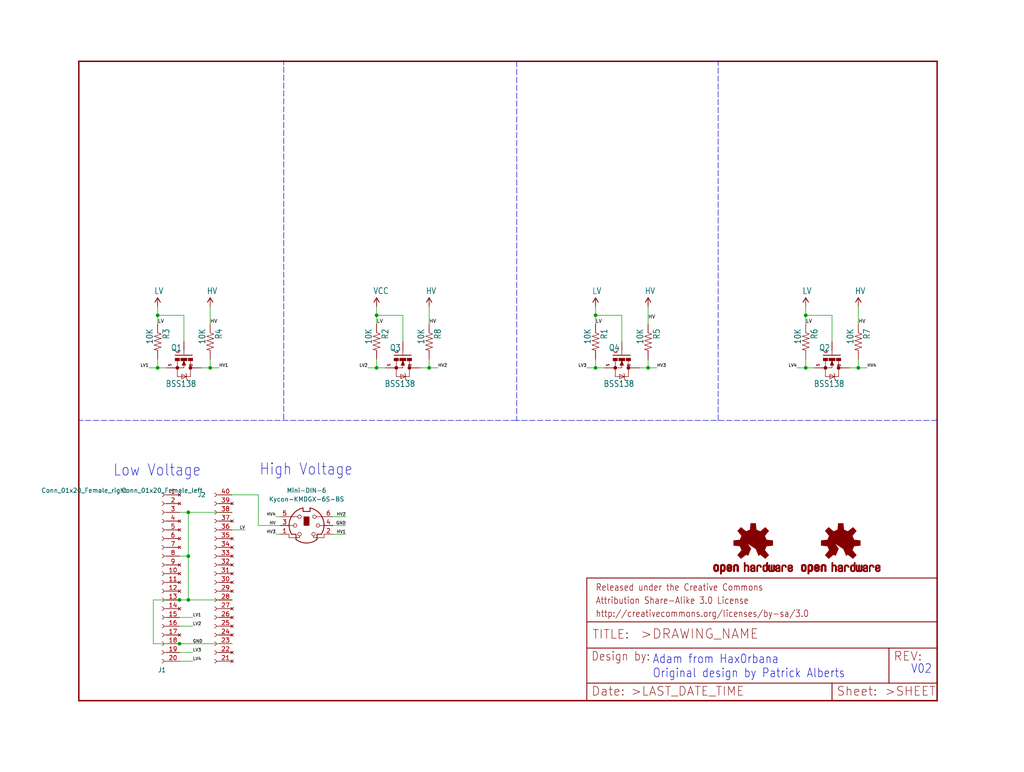
<source format=kicad_sch>
(kicad_sch (version 20211123) (generator eeschema)
  (paper "User" 297.002 223.977)
  (lib_symbols
    (symbol "Conn_01x20_Female_1" (pin_names (offset 1.016) hide)
      (property "Reference" "J3" (at 2.54 -25.4 0))
      (property "Value" "Conn_01x20_Female_right" (at 25.4 -26.67 0))
      (symbol "Conn_01x20_Female_1_1_1"
        (pin no_connect line (at -5.08 22.86 0) (length 3.81) (name "Pin_21") (number "21"))
        (pin no_connect line (at -5.08 20.32 0) (length 3.81) (name "Pin_22") (number "22"))
        (pin passive line (at -5.08 17.78 0) (length 3.81) (name "GND") (number "23"))
        (pin no_connect line (at -5.08 15.24 0) (length 3.81) (name "Pin_24") (number "24"))
        (pin no_connect line (at -5.08 12.7 0) (length 3.81) (name "Pin_25") (number "25"))
        (pin no_connect line (at -5.08 10.16 0) (length 3.81) (name "Pin_26") (number "26"))
        (pin no_connect line (at -5.08 7.62 0) (length 3.81) (name "Pin_27") (number "27"))
        (pin passive line (at -5.08 5.08 0) (length 3.81) (name "GND") (number "28"))
        (pin no_connect line (at -5.08 2.54 0) (length 3.81) (name "Pin_29") (number "29"))
        (pin no_connect line (at -5.08 0 0) (length 3.81) (name "Pin_30") (number "30"))
        (pin no_connect line (at -5.08 -2.54 0) (length 3.81) (name "Pin_31") (number "31"))
        (pin no_connect line (at -5.08 -5.08 0) (length 3.81) (name "Pin_32") (number "32"))
        (pin no_connect line (at -5.08 -7.62 0) (length 3.81) (name "Pin_33") (number "33"))
        (pin no_connect line (at -5.08 -10.16 0) (length 3.81) (name "Pin_34") (number "34"))
        (pin no_connect line (at -5.08 -12.7 0) (length 3.81) (name "Pin_35") (number "35"))
        (pin power_out line (at -5.08 -15.24 0) (length 3.81) (name "LV") (number "36"))
        (pin no_connect line (at -5.08 -17.78 0) (length 3.81) (name "Pin_37") (number "37"))
        (pin passive line (at -5.08 -20.32 0) (length 3.81) (name "GND") (number "38"))
        (pin no_connect line (at -5.08 -22.86 0) (length 3.81) (name "Pin_39") (number "39"))
        (pin power_in line (at -5.08 -25.4 0) (length 3.81) (name "Pin_40") (number "40"))
      )
    )
    (symbol "Connector:Conn_01x20_Female" (pin_names (offset 1.016) hide)
      (property "Reference" "J1" (at 0 25.4 0))
      (property "Value" "Conn_01x20_Female_left" (at 0 -26.67 0))
      (symbol "Conn_01x20_Female_1_1"
        (pin no_connect line (at -5.08 -25.4 0) (length 3.81) (name "Pin_1") (number "1"))
        (pin no_connect line (at -5.08 -2.54 0) (length 3.81) (name "Pin_10") (number "10"))
        (pin no_connect line (at -5.08 0 0) (length 3.81) (name "Pin_11") (number "11"))
        (pin no_connect line (at -5.08 2.54 0) (length 3.81) (name "Pin_12") (number "12"))
        (pin passive line (at -5.08 5.08 0) (length 3.81) (name "GND") (number "13"))
        (pin no_connect line (at -5.08 7.62 0) (length 3.81) (name "Pin_14") (number "14"))
        (pin passive line (at -5.08 10.16 0) (length 3.81) (name "Pin_15") (number "15"))
        (pin passive line (at -5.08 12.7 0) (length 3.81) (name "Pin_16") (number "16"))
        (pin no_connect line (at -5.08 15.24 0) (length 3.81) (name "LV") (number "17"))
        (pin passive line (at -5.08 17.78 0) (length 3.81) (name "GND") (number "18"))
        (pin passive line (at -5.08 20.32 0) (length 3.81) (name "Pin_19") (number "19"))
        (pin no_connect line (at -5.08 -22.86 0) (length 3.81) (name "Pin_2") (number "2"))
        (pin passive line (at -5.08 22.86 0) (length 3.81) (name "Pin_20") (number "20"))
        (pin passive line (at -5.08 -20.32 0) (length 3.81) (name "GND") (number "3"))
        (pin no_connect line (at -5.08 -17.78 0) (length 3.81) (name "Pin_4") (number "4"))
        (pin no_connect line (at -5.08 -15.24 0) (length 3.81) (name "Pin_5") (number "5"))
        (pin no_connect line (at -5.08 -12.7 0) (length 3.81) (name "Pin_6") (number "6"))
        (pin no_connect line (at -5.08 -10.16 0) (length 3.81) (name "Pin_7") (number "7"))
        (pin passive line (at -5.08 -7.62 0) (length 3.81) (name "GND") (number "8"))
        (pin no_connect line (at -5.08 -5.08 0) (length 3.81) (name "Pin_9") (number "9"))
      )
    )
    (symbol "Connector:Mini-DIN-6" (pin_names (offset 1.016))
      (property "Reference" "Mini-DIN-6" (at 0.0177 10.16 0))
      (property "Value" "Kycon-KMDGX-6S-BS" (at 0.0177 7.62 0))
      (symbol "Mini-DIN-6_1_1"
        (pin passive line (at -7.62 -2.54 0) (length 2.54) (name "~") (number "1"))
        (pin passive line (at 7.62 -2.54 180) (length 2.54) (name "~") (number "2"))
        (pin power_out line (at -7.62 0 0) (length 2.54) (name "~") (number "3"))
        (pin passive line (at 7.62 0 180) (length 2.54) (name "~") (number "4"))
        (pin passive line (at -7.62 2.54 0) (length 2.54) (name "~") (number "5"))
        (pin passive line (at 7.62 2.54 180) (length 2.54) (name "~") (number "6"))
      )
    )
    (symbol "Logic_Level_Bidirectional-eagle-import:FRAME-LETTER"
      (symbol "FRAME-LETTER_2_0"
        (text ">DRAWING_NAME" (at 15.494 17.78 0) (effects (font (size 2.7432 2.7432)) (justify left bottom)))
        (text ">LAST_DATE_TIME" (at 12.7 1.27 0) (effects (font (size 2.54 2.54)) (justify left bottom)))
        (text ">SHEET" (at 86.36 1.27 0) (effects (font (size 2.54 2.54)) (justify left bottom)))
        (text "Attribution Share-Alike 3.0 License" (at 2.54 27.94 0) (effects (font (size 1.9304 1.6408)) (justify left bottom)))
        (text "Date:" (at 1.27 1.27 0) (effects (font (size 2.54 2.54)) (justify left bottom)))
        (text "Design by:" (at 1.27 11.43 0) (effects (font (size 2.54 2.159)) (justify left bottom)))
        (text "http://creativecommons.org/licenses/by-sa/3.0" (at 2.54 24.13 0) (effects (font (size 1.9304 1.6408)) (justify left bottom)))
        (text "Released under the Creative Commons" (at 2.54 31.75 0) (effects (font (size 1.9304 1.6408)) (justify left bottom)))
        (text "REV:" (at 88.9 11.43 0) (effects (font (size 2.54 2.54)) (justify left bottom)))
        (text "Sheet:" (at 72.39 1.27 0) (effects (font (size 2.54 2.54)) (justify left bottom)))
        (text "TITLE:" (at 1.524 17.78 0) (effects (font (size 2.54 2.54)) (justify left bottom)))
      )
    )
    (symbol "Logic_Level_Bidirectional-eagle-import:MOSFET-NCHANNELSMD"
      (property "Reference" "Q" (at 5.08 2.54 0))
      (property "Value" "MOSFET-NCHANNELSMD" (at 5.08 0 0))
      (symbol "MOSFET-NCHANNELSMD_1_0"
        (text "D" (at -1.27 2.54 0) (effects (font (size 0.8128 0.6908)) (justify left bottom)))
        (text "G" (at -5.08 -1.27 0) (effects (font (size 0.8128 0.6908)) (justify left bottom)))
        (text "S" (at -1.27 -3.556 0) (effects (font (size 0.8128 0.6908)) (justify left bottom)))
        (pin passive line (at -7.62 0 0) (length 2.54) (name "G") (number "1"))
        (pin passive line (at 0 -5.08 90) (length 2.54) (name "S") (number "2"))
        (pin passive line (at 0 5.08 270) (length 2.54) (name "D") (number "3"))
      )
    )
    (symbol "Logic_Level_Bidirectional-eagle-import:OSHW-LOGOS")
    (symbol "Logic_Level_Bidirectional-eagle-import:RESISTOR0603-RES"
      (property "Reference" "R" (at -3.81 1.4986 0))
      (property "Value" "RESISTOR0603-RES" (at -3.81 -3.302 0))
      (symbol "RESISTOR0603-RES_1_0"
        (pin passive line (at -5.08 0 0) (length 2.54) (name "1") (number "1"))
        (pin passive line (at 5.08 0 180) (length 2.54) (name "2") (number "2"))
      )
    )
    (symbol "Logic_Level_Bidirectional-eagle-import:VCC" (power)
      (property "Value" "LV" (at -1.016 3.556 0))
      (symbol "VCC_1_0"
        (pin power_in line (at 0 0 90) (length 2.54) (name "LV") (number "1"))
      )
    )
    (symbol "VCC_1" (power)
      (property "Value" "LV" (at -1.016 3.556 0))
      (symbol "VCC_1_1_0"
        (pin power_in line (at 0 0 90) (length 2.54) (name "LV") (number "1"))
      )
    )
    (symbol "VCC_2" (power)
      (property "Value" "HV" (at -1.016 3.556 0))
      (symbol "VCC_2_1_0"
        (pin power_in line (at 0 0 90) (length 2.54) (name "HV") (number "1"))
      )
    )
    (symbol "VCC_3" (power)
      (property "Value" "LV" (at -1.016 3.556 0))
      (symbol "VCC_3_1_0"
        (pin power_in line (at 0 0 90) (length 2.54) (name "LV") (number "1"))
      )
    )
    (symbol "VCC_4" (power)
      (property "Value" "HV" (at -1.016 3.556 0))
      (symbol "VCC_4_1_0"
        (pin power_in line (at 0 0 90) (length 2.54) (name "HV") (number "1"))
      )
    )
    (symbol "VCC_5" (power)
      (property "Value" "HV" (at -1.016 3.556 0))
      (symbol "VCC_5_1_0"
        (pin power_in line (at 0 0 90) (length 2.54) (name "HV") (number "1"))
      )
    )
    (symbol "VCC_6" (power)
      (property "Value" "VCC_6" (at -1.016 3.556 0))
      (symbol "VCC_6_1_0"
        (pin power_in line (at 0 0 90) (length 2.54) (name "HV") (number "1"))
      )
    )
    (symbol "VCC_7" (power)
      (property "Value" "VCC_7" (at -1.016 3.556 0))
      (symbol "VCC_7_1_0"
        (pin power_in line (at 0 0 90) (length 2.54) (name "LV") (number "1"))
      )
    )
  )
  (junction (at 109.22 106.68))
  (junction (at 60.96 106.68))
  (junction (at 54.61 173.99))
  (junction (at 54.61 161.29))
  (junction (at 52.07 173.99))
  (junction (at 54.61 148.59))
  (junction (at 233.68 106.68))
  (junction (at 233.68 91.44))
  (junction (at 124.46 106.68))
  (junction (at 187.96 106.68))
  (junction (at 172.72 91.44))
  (junction (at 45.72 106.68))
  (junction (at 52.07 186.69))
  (junction (at 45.72 91.44))
  (junction (at 172.72 106.68))
  (junction (at 248.92 106.68))
  (junction (at 109.22 91.44))
  (wire (pts (xy 109.22 91.44) (xy 109.22 88.9)))
  (wire (pts (xy 74.93 143.51) (xy 67.31 143.51)))
  (wire (pts (xy 172.72 91.44) (xy 172.72 88.9)))
  (wire (pts (xy 172.72 93.98) (xy 172.72 91.44)))
  (wire (pts (xy 96.52 152.4) (xy 100.33 152.4)))
  (wire (pts (xy 55.88 181.61) (xy 52.07 181.61)))
  (wire (pts (xy 233.68 104.14) (xy 233.68 106.68)))
  (wire (pts (xy 109.22 106.68) (xy 106.68 106.68)))
  (wire (pts (xy 248.92 93.98) (xy 248.92 88.9)))
  (wire (pts (xy 246.38 106.68) (xy 248.92 106.68)))
  (wire (pts (xy 44.45 173.99) (xy 52.07 173.99)))
  (wire (pts (xy 55.88 191.77) (xy 52.07 191.77)))
  (wire (pts (xy 233.68 91.44) (xy 233.68 88.9)))
  (wire (pts (xy 175.26 106.68) (xy 172.72 106.68)))
  (wire (pts (xy 55.88 179.07) (xy 52.07 179.07)))
  (wire (pts (xy 67.31 153.67) (xy 71.12 153.67)))
  (wire (pts (xy 116.84 91.44) (xy 109.22 91.44)))
  (wire (pts (xy 74.93 152.4) (xy 81.28 152.4)))
  (polyline (pts (xy 271.78 121.92) (xy 149.86 121.92)))
  (wire (pts (xy 54.61 148.59) (xy 67.31 148.59)))
  (wire (pts (xy 52.07 148.59) (xy 54.61 148.59)))
  (wire (pts (xy 187.96 104.14) (xy 187.96 106.68)))
  (polyline (pts (xy 82.296 121.666) (xy 82.296 17.526)))
  (wire (pts (xy 241.3 91.44) (xy 233.68 91.44)))
  (wire (pts (xy 48.26 106.68) (xy 45.72 106.68)))
  (wire (pts (xy 96.52 154.94) (xy 100.33 154.94)))
  (wire (pts (xy 111.76 106.68) (xy 109.22 106.68)))
  (wire (pts (xy 180.34 99.06) (xy 180.34 91.44)))
  (wire (pts (xy 45.72 104.14) (xy 45.72 106.68)))
  (wire (pts (xy 55.88 189.23) (xy 52.07 189.23)))
  (wire (pts (xy 124.46 93.98) (xy 124.46 88.9)))
  (wire (pts (xy 172.72 106.68) (xy 170.18 106.68)))
  (wire (pts (xy 44.45 186.69) (xy 52.07 186.69)))
  (wire (pts (xy 54.61 173.99) (xy 67.31 173.99)))
  (wire (pts (xy 233.68 93.98) (xy 233.68 91.44)))
  (wire (pts (xy 172.72 104.14) (xy 172.72 106.68)))
  (wire (pts (xy 236.22 106.68) (xy 233.68 106.68)))
  (wire (pts (xy 45.72 93.98) (xy 45.72 91.44)))
  (wire (pts (xy 187.96 88.9) (xy 187.96 93.98)))
  (wire (pts (xy 60.96 104.14) (xy 60.96 106.68)))
  (wire (pts (xy 45.72 91.44) (xy 45.72 88.9)))
  (wire (pts (xy 52.07 186.69) (xy 67.31 186.69)))
  (wire (pts (xy 80.01 154.94) (xy 81.28 154.94)))
  (wire (pts (xy 53.34 91.44) (xy 45.72 91.44)))
  (wire (pts (xy 180.34 91.44) (xy 172.72 91.44)))
  (wire (pts (xy 187.96 106.68) (xy 190.5 106.68)))
  (wire (pts (xy 52.07 161.29) (xy 54.61 161.29)))
  (wire (pts (xy 58.42 106.68) (xy 60.96 106.68)))
  (polyline (pts (xy 208.28 121.92) (xy 208.28 17.78)))
  (wire (pts (xy 60.96 106.68) (xy 63.5 106.68)))
  (wire (pts (xy 248.92 104.14) (xy 248.92 106.68)))
  (wire (pts (xy 116.84 99.06) (xy 116.84 91.44)))
  (wire (pts (xy 109.22 104.14) (xy 109.22 106.68)))
  (wire (pts (xy 121.92 106.68) (xy 124.46 106.68)))
  (wire (pts (xy 109.22 93.98) (xy 109.22 91.44)))
  (wire (pts (xy 96.52 149.86) (xy 100.33 149.86)))
  (wire (pts (xy 124.46 106.68) (xy 127 106.68)))
  (polyline (pts (xy 149.86 17.78) (xy 149.86 121.92)))
  (wire (pts (xy 54.61 148.59) (xy 54.61 161.29)))
  (wire (pts (xy 45.72 106.68) (xy 43.18 106.68)))
  (wire (pts (xy 241.3 99.06) (xy 241.3 91.44)))
  (wire (pts (xy 44.45 173.99) (xy 44.45 186.69)))
  (wire (pts (xy 54.61 161.29) (xy 54.61 173.99)))
  (wire (pts (xy 80.01 149.86) (xy 81.28 149.86)))
  (wire (pts (xy 248.92 106.68) (xy 251.46 106.68)))
  (polyline (pts (xy 149.86 121.92) (xy 22.86 121.92)))
  (wire (pts (xy 124.46 104.14) (xy 124.46 106.68)))
  (wire (pts (xy 185.42 106.68) (xy 187.96 106.68)))
  (wire (pts (xy 233.68 106.68) (xy 231.14 106.68)))
  (wire (pts (xy 74.93 152.4) (xy 74.93 143.51)))
  (wire (pts (xy 52.07 173.99) (xy 54.61 173.99)))
  (wire (pts (xy 60.96 93.98) (xy 60.96 88.9)))
  (wire (pts (xy 53.34 99.06) (xy 53.34 91.44)))
  (text "Low Voltage" (at 32.766 138.43 180) (effects (font (size 3.302 2.8067)) (justify left bottom)))
  (text "V02" (at 264.16 195.58 180) (effects (font (size 2.54 2.159)) (justify left bottom)))
  (text "Adam from Hax0rbana\nOriginal design by Patrick Alberts" (at 189.23 196.85 180) (effects (font (size 2.54 2.159)) (justify left bottom)))
  (text "High Voltage" (at 75.184 138.176 180) (effects (font (size 3.302 2.8067)) (justify left bottom)))
  (label "LV4" (at 231.14 106.68 180) (effects (font (size 0.889 0.889))))
  (label "HV" (at 80.01 152.4 180) (effects (font (size 0.889 0.889))))
  (label "LV" (at 45.72 93.98 0) (effects (font (size 1.016 1.016))))
  (label "LV" (at 233.68 93.98 0) (effects (font (size 1.016 1.016))))
  (label "HV1" (at 100.33 154.94 180) (effects (font (size 0.889 0.889))))
  (label "HV" (at 248.92 93.98 0) (effects (font (size 1.016 1.016))))
  (label "HV" (at 187.96 92.71 0) (effects (font (size 1.016 1.016))))
  (label "GND" (at 55.88 186.69 0) (effects (font (size 0.889 0.889))))
  (label "HV3" (at 190.5 106.68 0) (effects (font (size 0.889 0.889))))
  (label "HV4" (at 80.01 149.86 180) (effects (font (size 0.889 0.889))))
  (label "HV2" (at 127 106.68 0) (effects (font (size 0.889 0.889))))
  (label "LV1" (at 55.88 179.07 0) (effects (font (size 0.889 0.889))))
  (label "LV" (at 109.22 93.98 0) (effects (font (size 1.016 1.016))))
  (label "LV3" (at 170.18 106.68 180) (effects (font (size 0.889 0.889))))
  (label "LV" (at 172.72 93.98 0) (effects (font (size 1.016 1.016))))
  (label "LV1" (at 43.18 106.68 180) (effects (font (size 0.889 0.889))))
  (label "LV2" (at 55.88 181.61 0) (effects (font (size 0.889 0.889))))
  (label "LV2" (at 106.68 106.68 180) (effects (font (size 0.889 0.889))))
  (label "HV2" (at 100.33 149.86 180) (effects (font (size 0.889 0.889))))
  (label "LV" (at 71.12 153.67 180) (effects (font (size 0.889 0.889))))
  (label "HV3" (at 80.01 154.94 180) (effects (font (size 0.889 0.889))))
  (label "HV1" (at 63.5 106.68 0) (effects (font (size 0.889 0.889))))
  (label "HV4" (at 251.46 106.68 0) (effects (font (size 0.889 0.889))))
  (label "GND" (at 100.33 152.4 180) (effects (font (size 0.889 0.889))))
  (label "HV" (at 124.46 93.98 0) (effects (font (size 1.016 1.016))))
  (label "HV" (at 60.96 93.98 0) (effects (font (size 1.016 1.016))))
  (label "LV3" (at 55.88 189.23 0) (effects (font (size 0.889 0.889))))
  (label "LV4" (at 55.88 191.77 0) (effects (font (size 0.889 0.889))))
  (symbol (lib_name "Conn_01x20_Female_1") (lib_id "Connector:Conn_01x20_Female") (at 62.23 168.91 180) (unit 1)
    (property "Reference" "J2" (at 59.69 143.51 0) (effects (justify left)))
    (property "Value" "Conn_01x20_Female_right" (at 36.83 142.24 0) (effects (justify left)))
    (property "Footprint" "Connector_PinSocket_2.54mm:PinSocket_1x20_P2.54mm_Vertical" (effects hide))
    (property "Mouser link" "https://www.mouser.com/ProductDetail/Samtec/RSM-120-02-S-S-TR?qs=rU5fayqh%252BE3elhTtzhxgWw%3D%3D" (effects hide))
    (property "Digikey link" "https://www.digikey.com/en/products/detail/adafruit-industries-llc/5585/16688065" (effects hide))
    (property "Amazon link" "https://www.amazon.com/Female-Header-Raspberry-Expansion-Breakout/dp/B0CFDV41T9/" (effects hide))
  )
  (symbol (lib_id "Logic_Level_Bidirectional-eagle-import:FRAME-LETTER") (at 170.18 203.2 0) (unit 2)
    (property "Reference" "#FRAME1" (effects hide))
    (property "Value" "FRAME-LETTER" (effects hide))
    (property "Footprint" "Logic_Level_Bidirectional:" (effects hide))
  )
  (symbol (lib_id "Logic_Level_Bidirectional-eagle-import:MOSFET-NCHANNELSMD") (at 180.34 106.68 270) (unit 1)
    (property "Reference" "Q4" (at 176.53 101.854 90) (effects (font (size 1.778 1.5113)) (justify left bottom)))
    (property "Value" "BSS138" (at 175.006 112.268 90) (effects (font (size 1.778 1.5113)) (justify left bottom)))
    (property "Footprint" "Logic_Level_Bidirectional:SOT23-3" (effects hide))
    (property "Datasheet" "https://www.mouser.com/datasheet/2/916/BSS138P-2937895.pdf" (effects hide))
    (property "Mouser link" "https://www.mouser.com/ProductDetail/863-BSS138LT3G" (effects hide))
  )
  (symbol (lib_id "Logic_Level_Bidirectional-eagle-import:MOSFET-NCHANNELSMD") (at 116.84 106.68 270) (unit 1)
    (property "Reference" "Q3" (at 113.03 101.854 90) (effects (font (size 1.778 1.5113)) (justify left bottom)))
    (property "Value" "BSS138" (at 111.506 112.268 90) (effects (font (size 1.778 1.5113)) (justify left bottom)))
    (property "Footprint" "Logic_Level_Bidirectional:SOT23-3" (effects hide))
    (property "Datasheet" "https://www.mouser.com/datasheet/2/916/BSS138P-2937895.pdf" (effects hide))
    (property "Mouser link" "https://www.mouser.com/ProductDetail/863-BSS138LT3G" (effects hide))
  )
  (symbol (lib_name "VCC_3") (lib_id "Logic_Level_Bidirectional-eagle-import:VCC") (at 45.72 88.9 0) (unit 1)
    (property "Reference" "#P+01" (effects hide))
    (property "Value" "LV" (at 44.704 85.344 0) (effects (font (size 1.778 1.5113)) (justify left bottom)))
    (property "Footprint" "Logic_Level_Bidirectional:" (effects hide))
  )
  (symbol (lib_id "Logic_Level_Bidirectional-eagle-import:RESISTOR0603-RES") (at 233.68 99.06 270) (unit 1)
    (property "Reference" "R6" (at 235.1786 95.25 0) (effects (font (size 1.778 1.5113)) (justify left bottom)))
    (property "Value" "10K" (at 230.378 95.25 0) (effects (font (size 1.778 1.5113)) (justify left bottom)))
    (property "Footprint" "Logic_Level_Bidirectional:0603-RES" (effects hide))
    (property "Datasheet" "https://www.mouser.com/datasheet/2/418/9/ENG_DS_1773204_3_1-3345736.pdf" (effects hide))
    (property "Mouser link" "https://www.mouser.com/ProductDetail/71-CRCW060310K0FKEI" (effects hide))
  )
  (symbol (lib_id "Logic_Level_Bidirectional-eagle-import:OSHW-LOGOS") (at 218.44 157.48 0) (unit 1)
    (property "Reference" "LOGO1" (effects hide))
    (property "Value" "OSHW-LOGOS" (effects hide))
    (property "Footprint" "Logic_Level_Bidirectional:OSHW-LOGO-S" (effects hide))
  )
  (symbol (lib_name "VCC_5") (lib_id "Logic_Level_Bidirectional-eagle-import:VCC") (at 124.46 88.9 0) (unit 1)
    (property "Reference" "#P+03" (effects hide))
    (property "Value" "HV" (at 123.444 85.344 0) (effects (font (size 1.778 1.5113)) (justify left bottom)))
    (property "Footprint" "Logic_Level_Bidirectional:" (effects hide))
  )
  (symbol (lib_id "Logic_Level_Bidirectional-eagle-import:RESISTOR0603-RES") (at 124.46 99.06 270) (unit 1)
    (property "Reference" "R8" (at 125.9586 95.25 0) (effects (font (size 1.778 1.5113)) (justify left bottom)))
    (property "Value" "10K" (at 121.158 95.25 0) (effects (font (size 1.778 1.5113)) (justify left bottom)))
    (property "Footprint" "Logic_Level_Bidirectional:0603-RES" (effects hide))
    (property "Datasheet" "https://www.mouser.com/datasheet/2/418/9/ENG_DS_1773204_3_1-3345736.pdf" (effects hide))
    (property "Mouser link" "https://www.mouser.com/ProductDetail/71-CRCW060310K0FKEI" (effects hide))
  )
  (symbol (lib_id "Logic_Level_Bidirectional-eagle-import:OSHW-LOGOS") (at 243.84 157.48 0) (unit 1)
    (property "Reference" "LOGO2" (effects hide))
    (property "Value" "OSHW-LOGOS" (effects hide))
    (property "Footprint" "Logic_Level_Bidirectional:OSHW-LOGO-S" (effects hide))
  )
  (symbol (lib_id "Logic_Level_Bidirectional-eagle-import:RESISTOR0603-RES") (at 248.92 99.06 270) (unit 1)
    (property "Reference" "R7" (at 250.4186 95.25 0) (effects (font (size 1.778 1.5113)) (justify left bottom)))
    (property "Value" "10K" (at 245.618 95.25 0) (effects (font (size 1.778 1.5113)) (justify left bottom)))
    (property "Footprint" "Logic_Level_Bidirectional:0603-RES" (effects hide))
    (property "Datasheet" "https://www.mouser.com/datasheet/2/418/9/ENG_DS_1773204_3_1-3345736.pdf" (effects hide))
    (property "Mouser link" "https://www.mouser.com/ProductDetail/71-CRCW060310K0FKEI" (effects hide))
  )
  (symbol (lib_id "Logic_Level_Bidirectional-eagle-import:RESISTOR0603-RES") (at 187.96 99.06 270) (unit 1)
    (property "Reference" "R5" (at 189.4586 95.25 0) (effects (font (size 1.778 1.5113)) (justify left bottom)))
    (property "Value" "10K" (at 184.658 95.25 0) (effects (font (size 1.778 1.5113)) (justify left bottom)))
    (property "Footprint" "Logic_Level_Bidirectional:0603-RES" (effects hide))
    (property "Datasheet" "https://www.mouser.com/datasheet/2/418/9/ENG_DS_1773204_3_1-3345736.pdf" (effects hide))
    (property "Mouser link" "https://www.mouser.com/ProductDetail/71-CRCW060310K0FKEI" (effects hide))
  )
  (symbol (lib_id "Logic_Level_Bidirectional-eagle-import:RESISTOR0603-RES") (at 45.72 99.06 270) (unit 1)
    (property "Reference" "R3" (at 47.2186 95.25 0) (effects (font (size 1.778 1.5113)) (justify left bottom)))
    (property "Value" "10K" (at 42.418 95.25 0) (effects (font (size 1.778 1.5113)) (justify left bottom)))
    (property "Footprint" "Logic_Level_Bidirectional:0603-RES" (effects hide))
    (property "Datasheet" "https://www.mouser.com/datasheet/2/418/9/ENG_DS_1773204_3_1-3345736.pdf" (effects hide))
    (property "Mouser link" "https://www.mouser.com/ProductDetail/71-CRCW060310K0FKEI" (effects hide))
  )
  (symbol (lib_name "VCC_2") (lib_id "Logic_Level_Bidirectional-eagle-import:VCC") (at 248.92 88.9 0) (unit 1)
    (property "Reference" "#P+08" (effects hide))
    (property "Value" "HV" (at 247.904 85.344 0) (effects (font (size 1.778 1.5113)) (justify left bottom)))
    (property "Footprint" "Logic_Level_Bidirectional:" (effects hide))
  )
  (symbol (lib_name "VCC_7") (lib_id "Logic_Level_Bidirectional-eagle-import:VCC") (at 109.22 88.9 0) (unit 1)
    (property "Reference" "#P+02" (effects hide))
    (property "Value" "VCC" (at 108.204 85.344 0) (effects (font (size 1.778 1.5113)) (justify left bottom)))
    (property "Footprint" "Logic_Level_Bidirectional:" (effects hide))
  )
  (symbol (lib_id "Logic_Level_Bidirectional-eagle-import:RESISTOR0603-RES") (at 172.72 99.06 270) (unit 1)
    (property "Reference" "R1" (at 174.2186 95.25 0) (effects (font (size 1.778 1.5113)) (justify left bottom)))
    (property "Value" "10K" (at 169.418 95.25 0) (effects (font (size 1.778 1.5113)) (justify left bottom)))
    (property "Footprint" "Logic_Level_Bidirectional:0603-RES" (effects hide))
    (property "Datasheet" "https://www.mouser.com/datasheet/2/418/9/ENG_DS_1773204_3_1-3345736.pdf" (effects hide))
    (property "Mouser link" "https://www.mouser.com/ProductDetail/71-CRCW060310K0FKEI" (effects hide))
  )
  (symbol (lib_id "Logic_Level_Bidirectional-eagle-import:MOSFET-NCHANNELSMD") (at 53.34 106.68 270) (unit 1)
    (property "Reference" "Q1" (at 49.53 101.854 90) (effects (font (size 1.778 1.5113)) (justify left bottom)))
    (property "Value" "BSS138" (at 48.006 112.268 90) (effects (font (size 1.778 1.5113)) (justify left bottom)))
    (property "Footprint" "Logic_Level_Bidirectional:SOT23-3" (effects hide))
    (property "Datasheet" "https://www.mouser.com/datasheet/2/916/BSS138P-2937895.pdf" (effects hide))
    (property "Mouser link" "https://www.mouser.com/ProductDetail/863-BSS138LT3G" (effects hide))
  )
  (symbol (lib_id "Logic_Level_Bidirectional-eagle-import:RESISTOR0603-RES") (at 60.96 99.06 270) (unit 1)
    (property "Reference" "R4" (at 62.4586 95.25 0) (effects (font (size 1.778 1.5113)) (justify left bottom)))
    (property "Value" "10K" (at 57.658 95.25 0) (effects (font (size 1.778 1.5113)) (justify left bottom)))
    (property "Footprint" "Logic_Level_Bidirectional:0603-RES" (effects hide))
    (property "Datasheet" "https://www.mouser.com/datasheet/2/418/9/ENG_DS_1773204_3_1-3345736.pdf" (effects hide))
    (property "Mouser link" "https://www.mouser.com/ProductDetail/71-CRCW060310K0FKEI" (effects hide))
  )
  (symbol (lib_name "VCC_1") (lib_id "Logic_Level_Bidirectional-eagle-import:VCC") (at 172.72 88.9 0) (unit 1)
    (property "Reference" "#P+05" (effects hide))
    (property "Value" "LV" (at 171.704 85.344 0) (effects (font (size 1.778 1.5113)) (justify left bottom)))
    (property "Footprint" "Logic_Level_Bidirectional:" (effects hide))
  )
  (symbol (lib_id "Connector:Conn_01x20_Female") (at 46.99 168.91 180) (unit 1)
    (property "Reference" "J1" (at 46.99 194.31 0))
    (property "Value" "Conn_01x20_Female_left" (at 46.99 142.24 0))
    (property "Footprint" "Connector_PinSocket_2.54mm:PinSocket_1x20_P2.54mm_Vertical" (effects hide))
    (property "Mouser link" "https://www.mouser.com/ProductDetail/Samtec/RSM-120-02-S-S-TR?qs=rU5fayqh%252BE3elhTtzhxgWw%3D%3D" (effects hide))
    (property "Digikey link" "https://www.digikey.com/en/products/detail/adafruit-industries-llc/5585/16688065" (effects hide))
    (property "Amazon link" "https://www.amazon.com/Female-Header-Raspberry-Expansion-Breakout/dp/B0CFDV41T9/" (effects hide))
  )
  (symbol (lib_id "Logic_Level_Bidirectional-eagle-import:FRAME-LETTER") (at 22.86 203.2 0) (unit 1)
    (property "Reference" "#FRAME1" (effects hide))
    (property "Value" "FRAME-LETTER" (effects hide))
    (property "Footprint" "Logic_Level_Bidirectional:" (effects hide))
  )
  (symbol (lib_name "VCC_4") (lib_id "Logic_Level_Bidirectional-eagle-import:VCC") (at 187.96 88.9 0) (unit 1)
    (property "Reference" "#P+06" (effects hide))
    (property "Value" "HV" (at 186.944 85.344 0) (effects (font (size 1.778 1.5113)) (justify left bottom)))
    (property "Footprint" "Logic_Level_Bidirectional:" (effects hide))
  )
  (symbol (lib_id "Logic_Level_Bidirectional-eagle-import:RESISTOR0603-RES") (at 109.22 99.06 270) (unit 1)
    (property "Reference" "R2" (at 110.7186 95.25 0) (effects (font (size 1.778 1.5113)) (justify left bottom)))
    (property "Value" "10K" (at 105.918 95.25 0) (effects (font (size 1.778 1.5113)) (justify left bottom)))
    (property "Footprint" "Logic_Level_Bidirectional:0603-RES" (effects hide))
    (property "Datasheet" "https://www.mouser.com/datasheet/2/418/9/ENG_DS_1773204_3_1-3345736.pdf" (effects hide))
    (property "Mouser link" "https://www.mouser.com/ProductDetail/71-CRCW060310K0FKEI" (effects hide))
  )
  (symbol (lib_id "Logic_Level_Bidirectional-eagle-import:VCC") (at 233.68 88.9 0) (unit 1)
    (property "Reference" "#P+07" (effects hide))
    (property "Value" "LV" (at 232.664 85.344 0) (effects (font (size 1.778 1.5113)) (justify left bottom)))
    (property "Footprint" "Logic_Level_Bidirectional:" (effects hide))
  )
  (symbol (lib_id "Connector:Mini-DIN-6") (at 88.9 152.4 0) (unit 1)
    (property "Reference" "Mini-DIN-6" (at 88.9177 142.24 0))
    (property "Value" "Kycon-KMDGX-6S-BS" (at 88.9177 144.78 0))
    (property "Footprint" "Library:KMDGX-6S-BS" (effects hide))
    (property "Datasheet" "http://service.powerdynamics.com/ec/Catalog17/Section%2011.pdf" (effects hide))
    (property "Mouser link" "https://www.mouser.com/ProductDetail/806-KMDGX-6S-BS" (effects hide))
  )
  (symbol (lib_name "VCC_6") (lib_id "Logic_Level_Bidirectional-eagle-import:VCC") (at 60.96 88.9 0) (unit 1)
    (property "Reference" "#P+04" (effects hide))
    (property "Value" "HV" (at 59.944 85.344 0) (effects (font (size 1.778 1.5113)) (justify left bottom)))
    (property "Footprint" "Logic_Level_Bidirectional:" (effects hide))
  )
  (symbol (lib_id "Logic_Level_Bidirectional-eagle-import:MOSFET-NCHANNELSMD") (at 241.3 106.68 270) (unit 1)
    (property "Reference" "Q2" (at 237.49 101.854 90) (effects (font (size 1.778 1.5113)) (justify left bottom)))
    (property "Value" "BSS138" (at 235.966 112.268 90) (effects (font (size 1.778 1.5113)) (justify left bottom)))
    (property "Footprint" "Logic_Level_Bidirectional:SOT23-3" (effects hide))
    (property "Datasheet" "https://www.mouser.com/datasheet/2/916/BSS138P-2937895.pdf" (effects hide))
    (property "Mouser link" "https://www.mouser.com/ProductDetail/863-BSS138LT3G" (effects hide))
  )
)
</source>
